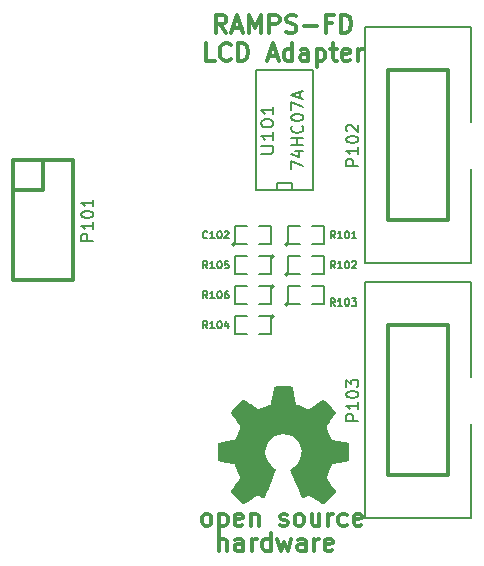
<source format=gto>
G04 (created by PCBNEW (2013-07-07 BZR 4022)-stable) date 29/09/2013 00:43:05*
%MOIN*%
G04 Gerber Fmt 3.4, Leading zero omitted, Abs format*
%FSLAX34Y34*%
G01*
G70*
G90*
G04 APERTURE LIST*
%ADD10C,0.00590551*%
%ADD11C,0.011811*%
%ADD12C,0.005*%
%ADD13C,0.012*%
%ADD14C,0.008*%
%ADD15C,0.0001*%
G04 APERTURE END LIST*
G54D10*
G54D11*
X7601Y17760D02*
X7404Y18042D01*
X7264Y17760D02*
X7264Y18351D01*
X7489Y18351D01*
X7545Y18323D01*
X7573Y18295D01*
X7601Y18239D01*
X7601Y18154D01*
X7573Y18098D01*
X7545Y18070D01*
X7489Y18042D01*
X7264Y18042D01*
X7826Y17929D02*
X8107Y17929D01*
X7770Y17760D02*
X7967Y18351D01*
X8164Y17760D01*
X8361Y17760D02*
X8361Y18351D01*
X8557Y17929D01*
X8754Y18351D01*
X8754Y17760D01*
X9035Y17760D02*
X9035Y18351D01*
X9260Y18351D01*
X9317Y18323D01*
X9345Y18295D01*
X9373Y18239D01*
X9373Y18154D01*
X9345Y18098D01*
X9317Y18070D01*
X9260Y18042D01*
X9035Y18042D01*
X9598Y17789D02*
X9682Y17760D01*
X9823Y17760D01*
X9879Y17789D01*
X9907Y17817D01*
X9935Y17873D01*
X9935Y17929D01*
X9907Y17985D01*
X9879Y18014D01*
X9823Y18042D01*
X9710Y18070D01*
X9654Y18098D01*
X9626Y18126D01*
X9598Y18182D01*
X9598Y18239D01*
X9626Y18295D01*
X9654Y18323D01*
X9710Y18351D01*
X9851Y18351D01*
X9935Y18323D01*
X10188Y17985D02*
X10638Y17985D01*
X11116Y18070D02*
X10920Y18070D01*
X10920Y17760D02*
X10920Y18351D01*
X11201Y18351D01*
X11426Y17760D02*
X11426Y18351D01*
X11566Y18351D01*
X11651Y18323D01*
X11707Y18267D01*
X11735Y18210D01*
X11763Y18098D01*
X11763Y18014D01*
X11735Y17901D01*
X11707Y17845D01*
X11651Y17789D01*
X11566Y17760D01*
X11426Y17760D01*
X7208Y16816D02*
X6926Y16816D01*
X6926Y17406D01*
X7742Y16872D02*
X7714Y16844D01*
X7629Y16816D01*
X7573Y16816D01*
X7489Y16844D01*
X7433Y16900D01*
X7404Y16956D01*
X7376Y17069D01*
X7376Y17153D01*
X7404Y17266D01*
X7433Y17322D01*
X7489Y17378D01*
X7573Y17406D01*
X7629Y17406D01*
X7714Y17378D01*
X7742Y17350D01*
X7995Y16816D02*
X7995Y17406D01*
X8136Y17406D01*
X8220Y17378D01*
X8276Y17322D01*
X8304Y17266D01*
X8332Y17153D01*
X8332Y17069D01*
X8304Y16956D01*
X8276Y16900D01*
X8220Y16844D01*
X8136Y16816D01*
X7995Y16816D01*
X9007Y16984D02*
X9289Y16984D01*
X8951Y16816D02*
X9148Y17406D01*
X9345Y16816D01*
X9795Y16816D02*
X9795Y17406D01*
X9795Y16844D02*
X9739Y16816D01*
X9626Y16816D01*
X9570Y16844D01*
X9542Y16872D01*
X9514Y16928D01*
X9514Y17097D01*
X9542Y17153D01*
X9570Y17181D01*
X9626Y17209D01*
X9739Y17209D01*
X9795Y17181D01*
X10329Y16816D02*
X10329Y17125D01*
X10301Y17181D01*
X10245Y17209D01*
X10132Y17209D01*
X10076Y17181D01*
X10329Y16844D02*
X10273Y16816D01*
X10132Y16816D01*
X10076Y16844D01*
X10048Y16900D01*
X10048Y16956D01*
X10076Y17012D01*
X10132Y17041D01*
X10273Y17041D01*
X10329Y17069D01*
X10610Y17209D02*
X10610Y16619D01*
X10610Y17181D02*
X10667Y17209D01*
X10779Y17209D01*
X10835Y17181D01*
X10863Y17153D01*
X10892Y17097D01*
X10892Y16928D01*
X10863Y16872D01*
X10835Y16844D01*
X10779Y16816D01*
X10667Y16816D01*
X10610Y16844D01*
X11060Y17209D02*
X11285Y17209D01*
X11145Y17406D02*
X11145Y16900D01*
X11173Y16844D01*
X11229Y16816D01*
X11285Y16816D01*
X11707Y16844D02*
X11651Y16816D01*
X11538Y16816D01*
X11482Y16844D01*
X11454Y16900D01*
X11454Y17125D01*
X11482Y17181D01*
X11538Y17209D01*
X11651Y17209D01*
X11707Y17181D01*
X11735Y17125D01*
X11735Y17069D01*
X11454Y17012D01*
X11988Y16816D02*
X11988Y17209D01*
X11988Y17097D02*
X12016Y17153D01*
X12044Y17181D01*
X12101Y17209D01*
X12157Y17209D01*
G54D12*
X9650Y10700D02*
G75*
G03X9650Y10700I-50J0D01*
G74*
G01*
X10050Y10700D02*
X9650Y10700D01*
X9650Y10700D02*
X9650Y11300D01*
X9650Y11300D02*
X10050Y11300D01*
X10450Y11300D02*
X10850Y11300D01*
X10850Y11300D02*
X10850Y10700D01*
X10850Y10700D02*
X10450Y10700D01*
G54D13*
X2500Y13500D02*
X2500Y9500D01*
X2500Y9500D02*
X500Y9500D01*
X500Y9500D02*
X500Y13500D01*
X1500Y13500D02*
X1500Y12500D01*
X1500Y12500D02*
X500Y12500D01*
X2500Y13500D02*
X500Y13500D01*
G54D14*
X15772Y14787D02*
X15772Y17937D01*
X15772Y17937D02*
X12228Y17937D01*
X12228Y17937D02*
X12228Y10063D01*
X12228Y10063D02*
X14000Y10063D01*
X14000Y10063D02*
X15772Y10063D01*
X15772Y10063D02*
X15772Y13213D01*
G54D13*
X13000Y11500D02*
X13000Y16500D01*
X13000Y16500D02*
X15000Y16500D01*
X15000Y16500D02*
X15000Y11500D01*
X15000Y11500D02*
X13000Y11500D01*
G54D14*
X15772Y6287D02*
X15772Y9437D01*
X15772Y9437D02*
X12228Y9437D01*
X12228Y9437D02*
X12228Y1563D01*
X12228Y1563D02*
X14000Y1563D01*
X14000Y1563D02*
X15772Y1563D01*
X15772Y1563D02*
X15772Y4713D01*
G54D13*
X13000Y3000D02*
X13000Y8000D01*
X13000Y8000D02*
X15000Y8000D01*
X15000Y8000D02*
X15000Y3000D01*
X15000Y3000D02*
X13000Y3000D01*
G54D12*
X7900Y10700D02*
G75*
G03X7900Y10700I-50J0D01*
G74*
G01*
X8300Y10700D02*
X7900Y10700D01*
X7900Y10700D02*
X7900Y11300D01*
X7900Y11300D02*
X8300Y11300D01*
X8700Y11300D02*
X9100Y11300D01*
X9100Y11300D02*
X9100Y10700D01*
X9100Y10700D02*
X8700Y10700D01*
G54D14*
X8600Y16500D02*
X10500Y16500D01*
X10500Y16500D02*
X10500Y12500D01*
X10500Y12500D02*
X8600Y12500D01*
X8600Y12500D02*
X8600Y16500D01*
X9300Y12500D02*
X9300Y12750D01*
X9300Y12750D02*
X9800Y12750D01*
X9800Y12750D02*
X9800Y12500D01*
G54D12*
X9650Y9700D02*
G75*
G03X9650Y9700I-50J0D01*
G74*
G01*
X10050Y9700D02*
X9650Y9700D01*
X9650Y9700D02*
X9650Y10300D01*
X9650Y10300D02*
X10050Y10300D01*
X10450Y10300D02*
X10850Y10300D01*
X10850Y10300D02*
X10850Y9700D01*
X10850Y9700D02*
X10450Y9700D01*
X9650Y8700D02*
G75*
G03X9650Y8700I-50J0D01*
G74*
G01*
X10050Y8700D02*
X9650Y8700D01*
X9650Y8700D02*
X9650Y9300D01*
X9650Y9300D02*
X10050Y9300D01*
X10450Y9300D02*
X10850Y9300D01*
X10850Y9300D02*
X10850Y8700D01*
X10850Y8700D02*
X10450Y8700D01*
X9200Y8300D02*
G75*
G03X9200Y8300I-50J0D01*
G74*
G01*
X8700Y8300D02*
X9100Y8300D01*
X9100Y8300D02*
X9100Y7700D01*
X9100Y7700D02*
X8700Y7700D01*
X8300Y7700D02*
X7900Y7700D01*
X7900Y7700D02*
X7900Y8300D01*
X7900Y8300D02*
X8300Y8300D01*
X9200Y10300D02*
G75*
G03X9200Y10300I-50J0D01*
G74*
G01*
X8700Y10300D02*
X9100Y10300D01*
X9100Y10300D02*
X9100Y9700D01*
X9100Y9700D02*
X8700Y9700D01*
X8300Y9700D02*
X7900Y9700D01*
X7900Y9700D02*
X7900Y10300D01*
X7900Y10300D02*
X8300Y10300D01*
X9200Y9300D02*
G75*
G03X9200Y9300I-50J0D01*
G74*
G01*
X8700Y9300D02*
X9100Y9300D01*
X9100Y9300D02*
X9100Y8700D01*
X9100Y8700D02*
X8700Y8700D01*
X8300Y8700D02*
X7900Y8700D01*
X7900Y8700D02*
X7900Y9300D01*
X7900Y9300D02*
X8300Y9300D01*
G54D15*
G36*
X8172Y2032D02*
X8195Y2044D01*
X8246Y2076D01*
X8319Y2124D01*
X8406Y2182D01*
X8493Y2241D01*
X8564Y2289D01*
X8614Y2321D01*
X8635Y2332D01*
X8646Y2328D01*
X8687Y2308D01*
X8747Y2277D01*
X8782Y2259D01*
X8837Y2236D01*
X8864Y2231D01*
X8869Y2238D01*
X8889Y2280D01*
X8920Y2352D01*
X8962Y2447D01*
X9009Y2558D01*
X9060Y2678D01*
X9111Y2800D01*
X9159Y2917D01*
X9202Y3022D01*
X9236Y3107D01*
X9259Y3166D01*
X9267Y3192D01*
X9265Y3197D01*
X9237Y3224D01*
X9189Y3260D01*
X9086Y3344D01*
X8983Y3472D01*
X8921Y3617D01*
X8900Y3778D01*
X8918Y3928D01*
X8977Y4072D01*
X9077Y4201D01*
X9198Y4297D01*
X9340Y4358D01*
X9500Y4377D01*
X9653Y4360D01*
X9799Y4302D01*
X9929Y4204D01*
X9983Y4141D01*
X10058Y4010D01*
X10101Y3870D01*
X10106Y3834D01*
X10099Y3680D01*
X10054Y3533D01*
X9973Y3401D01*
X9860Y3293D01*
X9846Y3282D01*
X9793Y3243D01*
X9758Y3216D01*
X9731Y3194D01*
X9927Y2722D01*
X9958Y2647D01*
X10012Y2518D01*
X10059Y2407D01*
X10097Y2319D01*
X10123Y2260D01*
X10135Y2236D01*
X10136Y2235D01*
X10153Y2232D01*
X10189Y2245D01*
X10255Y2277D01*
X10299Y2299D01*
X10349Y2323D01*
X10371Y2332D01*
X10390Y2322D01*
X10438Y2291D01*
X10508Y2244D01*
X10593Y2186D01*
X10673Y2132D01*
X10747Y2083D01*
X10801Y2049D01*
X10827Y2035D01*
X10831Y2035D01*
X10854Y2048D01*
X10896Y2083D01*
X10961Y2144D01*
X11052Y2234D01*
X11066Y2247D01*
X11140Y2323D01*
X11201Y2387D01*
X11242Y2432D01*
X11256Y2453D01*
X11256Y2453D01*
X11243Y2479D01*
X11209Y2532D01*
X11160Y2607D01*
X11100Y2695D01*
X10944Y2922D01*
X11030Y3136D01*
X11056Y3201D01*
X11090Y3281D01*
X11115Y3338D01*
X11127Y3363D01*
X11151Y3371D01*
X11209Y3385D01*
X11294Y3403D01*
X11396Y3422D01*
X11492Y3439D01*
X11579Y3456D01*
X11643Y3468D01*
X11671Y3474D01*
X11678Y3478D01*
X11683Y3491D01*
X11687Y3521D01*
X11689Y3574D01*
X11690Y3658D01*
X11690Y3778D01*
X11690Y3791D01*
X11689Y3907D01*
X11687Y3998D01*
X11684Y4059D01*
X11680Y4082D01*
X11680Y4083D01*
X11653Y4089D01*
X11591Y4102D01*
X11504Y4119D01*
X11400Y4139D01*
X11393Y4140D01*
X11290Y4160D01*
X11203Y4178D01*
X11142Y4192D01*
X11116Y4200D01*
X11111Y4208D01*
X11090Y4248D01*
X11060Y4312D01*
X11026Y4391D01*
X10992Y4472D01*
X10963Y4545D01*
X10943Y4600D01*
X10937Y4625D01*
X10938Y4625D01*
X10953Y4650D01*
X10989Y4704D01*
X11039Y4779D01*
X11100Y4867D01*
X11104Y4873D01*
X11164Y4961D01*
X11212Y5035D01*
X11244Y5088D01*
X11256Y5112D01*
X11256Y5113D01*
X11236Y5139D01*
X11192Y5189D01*
X11128Y5256D01*
X11051Y5333D01*
X11027Y5357D01*
X10942Y5440D01*
X10882Y5495D01*
X10846Y5524D01*
X10828Y5530D01*
X10827Y5530D01*
X10801Y5514D01*
X10746Y5478D01*
X10671Y5427D01*
X10582Y5366D01*
X10576Y5362D01*
X10488Y5303D01*
X10415Y5253D01*
X10363Y5219D01*
X10341Y5205D01*
X10337Y5205D01*
X10301Y5216D01*
X10239Y5238D01*
X10162Y5267D01*
X10081Y5300D01*
X10008Y5331D01*
X9952Y5356D01*
X9926Y5371D01*
X9926Y5372D01*
X9916Y5403D01*
X9901Y5469D01*
X9883Y5559D01*
X9862Y5666D01*
X9859Y5684D01*
X9839Y5788D01*
X9822Y5874D01*
X9810Y5934D01*
X9804Y5958D01*
X9789Y5962D01*
X9738Y5966D01*
X9660Y5968D01*
X9566Y5969D01*
X9467Y5968D01*
X9370Y5966D01*
X9287Y5963D01*
X9228Y5959D01*
X9204Y5954D01*
X9203Y5953D01*
X9194Y5920D01*
X9179Y5855D01*
X9161Y5764D01*
X9140Y5656D01*
X9136Y5637D01*
X9117Y5533D01*
X9099Y5448D01*
X9087Y5389D01*
X9080Y5366D01*
X9071Y5361D01*
X9028Y5342D01*
X8958Y5313D01*
X8872Y5278D01*
X8671Y5197D01*
X8425Y5366D01*
X8402Y5381D01*
X8314Y5441D01*
X8241Y5490D01*
X8191Y5522D01*
X8170Y5534D01*
X8168Y5533D01*
X8144Y5512D01*
X8095Y5466D01*
X8028Y5401D01*
X7951Y5324D01*
X7894Y5267D01*
X7826Y5198D01*
X7783Y5152D01*
X7760Y5122D01*
X7751Y5104D01*
X7753Y5092D01*
X7769Y5067D01*
X7805Y5013D01*
X7856Y4938D01*
X7916Y4851D01*
X7965Y4779D01*
X8018Y4696D01*
X8053Y4637D01*
X8065Y4608D01*
X8062Y4596D01*
X8045Y4548D01*
X8016Y4475D01*
X7979Y4389D01*
X7893Y4194D01*
X7766Y4169D01*
X7688Y4155D01*
X7580Y4134D01*
X7477Y4114D01*
X7315Y4083D01*
X7309Y3489D01*
X7334Y3478D01*
X7358Y3472D01*
X7418Y3458D01*
X7504Y3441D01*
X7604Y3422D01*
X7690Y3406D01*
X7777Y3390D01*
X7839Y3378D01*
X7867Y3372D01*
X7874Y3363D01*
X7895Y3321D01*
X7926Y3254D01*
X7960Y3174D01*
X7995Y3091D01*
X8025Y3014D01*
X8047Y2956D01*
X8055Y2925D01*
X8043Y2903D01*
X8010Y2852D01*
X7962Y2779D01*
X7904Y2693D01*
X7845Y2607D01*
X7795Y2534D01*
X7761Y2481D01*
X7746Y2457D01*
X7753Y2440D01*
X7788Y2399D01*
X7853Y2331D01*
X7949Y2236D01*
X7965Y2221D01*
X8042Y2147D01*
X8107Y2087D01*
X8152Y2047D01*
X8172Y2032D01*
X8172Y2032D01*
G37*
G54D12*
X11220Y10898D02*
X11136Y11017D01*
X11077Y10898D02*
X11077Y11148D01*
X11172Y11148D01*
X11196Y11136D01*
X11208Y11125D01*
X11220Y11101D01*
X11220Y11065D01*
X11208Y11041D01*
X11196Y11029D01*
X11172Y11017D01*
X11077Y11017D01*
X11458Y10898D02*
X11315Y10898D01*
X11386Y10898D02*
X11386Y11148D01*
X11363Y11113D01*
X11339Y11089D01*
X11315Y11077D01*
X11613Y11148D02*
X11636Y11148D01*
X11660Y11136D01*
X11672Y11125D01*
X11684Y11101D01*
X11696Y11053D01*
X11696Y10994D01*
X11684Y10946D01*
X11672Y10922D01*
X11660Y10910D01*
X11636Y10898D01*
X11613Y10898D01*
X11589Y10910D01*
X11577Y10922D01*
X11565Y10946D01*
X11553Y10994D01*
X11553Y11053D01*
X11565Y11101D01*
X11577Y11125D01*
X11589Y11136D01*
X11613Y11148D01*
X11934Y10898D02*
X11791Y10898D01*
X11863Y10898D02*
X11863Y11148D01*
X11839Y11113D01*
X11815Y11089D01*
X11791Y11077D01*
G54D14*
X3161Y10823D02*
X2761Y10823D01*
X2761Y10976D01*
X2780Y11014D01*
X2800Y11033D01*
X2838Y11052D01*
X2895Y11052D01*
X2933Y11033D01*
X2952Y11014D01*
X2971Y10976D01*
X2971Y10823D01*
X3161Y11433D02*
X3161Y11204D01*
X3161Y11319D02*
X2761Y11319D01*
X2819Y11280D01*
X2857Y11242D01*
X2876Y11204D01*
X2761Y11680D02*
X2761Y11719D01*
X2780Y11757D01*
X2800Y11776D01*
X2838Y11795D01*
X2914Y11814D01*
X3009Y11814D01*
X3085Y11795D01*
X3123Y11776D01*
X3142Y11757D01*
X3161Y11719D01*
X3161Y11680D01*
X3142Y11642D01*
X3123Y11623D01*
X3085Y11604D01*
X3009Y11585D01*
X2914Y11585D01*
X2838Y11604D01*
X2800Y11623D01*
X2780Y11642D01*
X2761Y11680D01*
X3161Y12195D02*
X3161Y11966D01*
X3161Y12080D02*
X2761Y12080D01*
X2819Y12042D01*
X2857Y12004D01*
X2876Y11966D01*
X11996Y13323D02*
X11596Y13323D01*
X11596Y13476D01*
X11615Y13514D01*
X11635Y13533D01*
X11673Y13552D01*
X11730Y13552D01*
X11768Y13533D01*
X11787Y13514D01*
X11806Y13476D01*
X11806Y13323D01*
X11996Y13933D02*
X11996Y13704D01*
X11996Y13819D02*
X11596Y13819D01*
X11654Y13780D01*
X11692Y13742D01*
X11711Y13704D01*
X11596Y14180D02*
X11596Y14219D01*
X11615Y14257D01*
X11635Y14276D01*
X11673Y14295D01*
X11749Y14314D01*
X11844Y14314D01*
X11920Y14295D01*
X11958Y14276D01*
X11977Y14257D01*
X11996Y14219D01*
X11996Y14180D01*
X11977Y14142D01*
X11958Y14123D01*
X11920Y14104D01*
X11844Y14085D01*
X11749Y14085D01*
X11673Y14104D01*
X11635Y14123D01*
X11615Y14142D01*
X11596Y14180D01*
X11635Y14466D02*
X11615Y14485D01*
X11596Y14523D01*
X11596Y14619D01*
X11615Y14657D01*
X11635Y14676D01*
X11673Y14695D01*
X11711Y14695D01*
X11768Y14676D01*
X11996Y14447D01*
X11996Y14695D01*
X11996Y4823D02*
X11596Y4823D01*
X11596Y4976D01*
X11615Y5014D01*
X11635Y5033D01*
X11673Y5052D01*
X11730Y5052D01*
X11768Y5033D01*
X11787Y5014D01*
X11806Y4976D01*
X11806Y4823D01*
X11996Y5433D02*
X11996Y5204D01*
X11996Y5319D02*
X11596Y5319D01*
X11654Y5280D01*
X11692Y5242D01*
X11711Y5204D01*
X11596Y5680D02*
X11596Y5719D01*
X11615Y5757D01*
X11635Y5776D01*
X11673Y5795D01*
X11749Y5814D01*
X11844Y5814D01*
X11920Y5795D01*
X11958Y5776D01*
X11977Y5757D01*
X11996Y5719D01*
X11996Y5680D01*
X11977Y5642D01*
X11958Y5623D01*
X11920Y5604D01*
X11844Y5585D01*
X11749Y5585D01*
X11673Y5604D01*
X11635Y5623D01*
X11615Y5642D01*
X11596Y5680D01*
X11596Y5947D02*
X11596Y6195D01*
X11749Y6061D01*
X11749Y6119D01*
X11768Y6157D01*
X11787Y6176D01*
X11825Y6195D01*
X11920Y6195D01*
X11958Y6176D01*
X11977Y6157D01*
X11996Y6119D01*
X11996Y6004D01*
X11977Y5966D01*
X11958Y5947D01*
G54D12*
X6970Y10922D02*
X6958Y10910D01*
X6922Y10898D01*
X6898Y10898D01*
X6863Y10910D01*
X6839Y10934D01*
X6827Y10958D01*
X6815Y11005D01*
X6815Y11041D01*
X6827Y11089D01*
X6839Y11113D01*
X6863Y11136D01*
X6898Y11148D01*
X6922Y11148D01*
X6958Y11136D01*
X6970Y11125D01*
X7208Y10898D02*
X7065Y10898D01*
X7136Y10898D02*
X7136Y11148D01*
X7113Y11113D01*
X7089Y11089D01*
X7065Y11077D01*
X7363Y11148D02*
X7386Y11148D01*
X7410Y11136D01*
X7422Y11125D01*
X7434Y11101D01*
X7446Y11053D01*
X7446Y10994D01*
X7434Y10946D01*
X7422Y10922D01*
X7410Y10910D01*
X7386Y10898D01*
X7363Y10898D01*
X7339Y10910D01*
X7327Y10922D01*
X7315Y10946D01*
X7303Y10994D01*
X7303Y11053D01*
X7315Y11101D01*
X7327Y11125D01*
X7339Y11136D01*
X7363Y11148D01*
X7541Y11125D02*
X7553Y11136D01*
X7577Y11148D01*
X7636Y11148D01*
X7660Y11136D01*
X7672Y11125D01*
X7684Y11101D01*
X7684Y11077D01*
X7672Y11041D01*
X7529Y10898D01*
X7684Y10898D01*
X8761Y13728D02*
X9085Y13728D01*
X9123Y13750D01*
X9142Y13771D01*
X9161Y13814D01*
X9161Y13900D01*
X9142Y13942D01*
X9123Y13964D01*
X9085Y13985D01*
X8761Y13985D01*
X9161Y14435D02*
X9161Y14178D01*
X9161Y14307D02*
X8761Y14307D01*
X8819Y14264D01*
X8857Y14221D01*
X8876Y14178D01*
X8761Y14714D02*
X8761Y14757D01*
X8780Y14800D01*
X8800Y14821D01*
X8838Y14842D01*
X8914Y14864D01*
X9009Y14864D01*
X9085Y14842D01*
X9123Y14821D01*
X9142Y14800D01*
X9161Y14757D01*
X9161Y14714D01*
X9142Y14671D01*
X9123Y14650D01*
X9085Y14628D01*
X9009Y14607D01*
X8914Y14607D01*
X8838Y14628D01*
X8800Y14650D01*
X8780Y14671D01*
X8761Y14714D01*
X9161Y15292D02*
X9161Y15035D01*
X9161Y15164D02*
X8761Y15164D01*
X8819Y15121D01*
X8857Y15078D01*
X8876Y15035D01*
X9761Y13214D02*
X9761Y13480D01*
X10161Y13309D01*
X9895Y13804D02*
X10161Y13804D01*
X9742Y13709D02*
X10028Y13614D01*
X10028Y13861D01*
X10161Y14014D02*
X9761Y14014D01*
X9952Y14014D02*
X9952Y14242D01*
X10161Y14242D02*
X9761Y14242D01*
X10123Y14661D02*
X10142Y14642D01*
X10161Y14585D01*
X10161Y14547D01*
X10142Y14490D01*
X10104Y14452D01*
X10066Y14433D01*
X9990Y14414D01*
X9933Y14414D01*
X9857Y14433D01*
X9819Y14452D01*
X9780Y14490D01*
X9761Y14547D01*
X9761Y14585D01*
X9780Y14642D01*
X9800Y14661D01*
X9761Y14909D02*
X9761Y14947D01*
X9780Y14985D01*
X9800Y15004D01*
X9838Y15023D01*
X9914Y15042D01*
X10009Y15042D01*
X10085Y15023D01*
X10123Y15004D01*
X10142Y14985D01*
X10161Y14947D01*
X10161Y14909D01*
X10142Y14871D01*
X10123Y14852D01*
X10085Y14833D01*
X10009Y14814D01*
X9914Y14814D01*
X9838Y14833D01*
X9800Y14852D01*
X9780Y14871D01*
X9761Y14909D01*
X9761Y15176D02*
X9761Y15442D01*
X10161Y15271D01*
X10047Y15576D02*
X10047Y15766D01*
X10161Y15538D02*
X9761Y15671D01*
X10161Y15804D01*
X11220Y9898D02*
X11136Y10017D01*
X11077Y9898D02*
X11077Y10148D01*
X11172Y10148D01*
X11196Y10136D01*
X11208Y10125D01*
X11220Y10101D01*
X11220Y10065D01*
X11208Y10041D01*
X11196Y10029D01*
X11172Y10017D01*
X11077Y10017D01*
X11458Y9898D02*
X11315Y9898D01*
X11386Y9898D02*
X11386Y10148D01*
X11363Y10113D01*
X11339Y10089D01*
X11315Y10077D01*
X11613Y10148D02*
X11636Y10148D01*
X11660Y10136D01*
X11672Y10125D01*
X11684Y10101D01*
X11696Y10053D01*
X11696Y9994D01*
X11684Y9946D01*
X11672Y9922D01*
X11660Y9910D01*
X11636Y9898D01*
X11613Y9898D01*
X11589Y9910D01*
X11577Y9922D01*
X11565Y9946D01*
X11553Y9994D01*
X11553Y10053D01*
X11565Y10101D01*
X11577Y10125D01*
X11589Y10136D01*
X11613Y10148D01*
X11791Y10125D02*
X11803Y10136D01*
X11827Y10148D01*
X11886Y10148D01*
X11910Y10136D01*
X11922Y10125D01*
X11934Y10101D01*
X11934Y10077D01*
X11922Y10041D01*
X11779Y9898D01*
X11934Y9898D01*
X11220Y8648D02*
X11136Y8767D01*
X11077Y8648D02*
X11077Y8898D01*
X11172Y8898D01*
X11196Y8886D01*
X11208Y8875D01*
X11220Y8851D01*
X11220Y8815D01*
X11208Y8791D01*
X11196Y8779D01*
X11172Y8767D01*
X11077Y8767D01*
X11458Y8648D02*
X11315Y8648D01*
X11386Y8648D02*
X11386Y8898D01*
X11363Y8863D01*
X11339Y8839D01*
X11315Y8827D01*
X11613Y8898D02*
X11636Y8898D01*
X11660Y8886D01*
X11672Y8875D01*
X11684Y8851D01*
X11696Y8803D01*
X11696Y8744D01*
X11684Y8696D01*
X11672Y8672D01*
X11660Y8660D01*
X11636Y8648D01*
X11613Y8648D01*
X11589Y8660D01*
X11577Y8672D01*
X11565Y8696D01*
X11553Y8744D01*
X11553Y8803D01*
X11565Y8851D01*
X11577Y8875D01*
X11589Y8886D01*
X11613Y8898D01*
X11779Y8898D02*
X11934Y8898D01*
X11851Y8803D01*
X11886Y8803D01*
X11910Y8791D01*
X11922Y8779D01*
X11934Y8755D01*
X11934Y8696D01*
X11922Y8672D01*
X11910Y8660D01*
X11886Y8648D01*
X11815Y8648D01*
X11791Y8660D01*
X11779Y8672D01*
X6970Y7898D02*
X6886Y8017D01*
X6827Y7898D02*
X6827Y8148D01*
X6922Y8148D01*
X6946Y8136D01*
X6958Y8125D01*
X6970Y8101D01*
X6970Y8065D01*
X6958Y8041D01*
X6946Y8029D01*
X6922Y8017D01*
X6827Y8017D01*
X7208Y7898D02*
X7065Y7898D01*
X7136Y7898D02*
X7136Y8148D01*
X7113Y8113D01*
X7089Y8089D01*
X7065Y8077D01*
X7363Y8148D02*
X7386Y8148D01*
X7410Y8136D01*
X7422Y8125D01*
X7434Y8101D01*
X7446Y8053D01*
X7446Y7994D01*
X7434Y7946D01*
X7422Y7922D01*
X7410Y7910D01*
X7386Y7898D01*
X7363Y7898D01*
X7339Y7910D01*
X7327Y7922D01*
X7315Y7946D01*
X7303Y7994D01*
X7303Y8053D01*
X7315Y8101D01*
X7327Y8125D01*
X7339Y8136D01*
X7363Y8148D01*
X7660Y8065D02*
X7660Y7898D01*
X7601Y8160D02*
X7541Y7982D01*
X7696Y7982D01*
X6970Y9898D02*
X6886Y10017D01*
X6827Y9898D02*
X6827Y10148D01*
X6922Y10148D01*
X6946Y10136D01*
X6958Y10125D01*
X6970Y10101D01*
X6970Y10065D01*
X6958Y10041D01*
X6946Y10029D01*
X6922Y10017D01*
X6827Y10017D01*
X7208Y9898D02*
X7065Y9898D01*
X7136Y9898D02*
X7136Y10148D01*
X7113Y10113D01*
X7089Y10089D01*
X7065Y10077D01*
X7363Y10148D02*
X7386Y10148D01*
X7410Y10136D01*
X7422Y10125D01*
X7434Y10101D01*
X7446Y10053D01*
X7446Y9994D01*
X7434Y9946D01*
X7422Y9922D01*
X7410Y9910D01*
X7386Y9898D01*
X7363Y9898D01*
X7339Y9910D01*
X7327Y9922D01*
X7315Y9946D01*
X7303Y9994D01*
X7303Y10053D01*
X7315Y10101D01*
X7327Y10125D01*
X7339Y10136D01*
X7363Y10148D01*
X7672Y10148D02*
X7553Y10148D01*
X7541Y10029D01*
X7553Y10041D01*
X7577Y10053D01*
X7636Y10053D01*
X7660Y10041D01*
X7672Y10029D01*
X7684Y10005D01*
X7684Y9946D01*
X7672Y9922D01*
X7660Y9910D01*
X7636Y9898D01*
X7577Y9898D01*
X7553Y9910D01*
X7541Y9922D01*
X6970Y8898D02*
X6886Y9017D01*
X6827Y8898D02*
X6827Y9148D01*
X6922Y9148D01*
X6946Y9136D01*
X6958Y9125D01*
X6970Y9101D01*
X6970Y9065D01*
X6958Y9041D01*
X6946Y9029D01*
X6922Y9017D01*
X6827Y9017D01*
X7208Y8898D02*
X7065Y8898D01*
X7136Y8898D02*
X7136Y9148D01*
X7113Y9113D01*
X7089Y9089D01*
X7065Y9077D01*
X7363Y9148D02*
X7386Y9148D01*
X7410Y9136D01*
X7422Y9125D01*
X7434Y9101D01*
X7446Y9053D01*
X7446Y8994D01*
X7434Y8946D01*
X7422Y8922D01*
X7410Y8910D01*
X7386Y8898D01*
X7363Y8898D01*
X7339Y8910D01*
X7327Y8922D01*
X7315Y8946D01*
X7303Y8994D01*
X7303Y9053D01*
X7315Y9101D01*
X7327Y9125D01*
X7339Y9136D01*
X7363Y9148D01*
X7660Y9148D02*
X7613Y9148D01*
X7589Y9136D01*
X7577Y9125D01*
X7553Y9089D01*
X7541Y9041D01*
X7541Y8946D01*
X7553Y8922D01*
X7565Y8910D01*
X7589Y8898D01*
X7636Y8898D01*
X7660Y8910D01*
X7672Y8922D01*
X7684Y8946D01*
X7684Y9005D01*
X7672Y9029D01*
X7660Y9041D01*
X7636Y9053D01*
X7589Y9053D01*
X7565Y9041D01*
X7553Y9029D01*
X7541Y9005D01*
G54D13*
X7360Y489D02*
X7360Y1089D01*
X7617Y489D02*
X7617Y803D01*
X7588Y860D01*
X7531Y889D01*
X7446Y889D01*
X7388Y860D01*
X7360Y832D01*
X8160Y489D02*
X8160Y803D01*
X8131Y860D01*
X8074Y889D01*
X7960Y889D01*
X7903Y860D01*
X8160Y517D02*
X8103Y489D01*
X7960Y489D01*
X7903Y517D01*
X7874Y574D01*
X7874Y632D01*
X7903Y689D01*
X7960Y717D01*
X8103Y717D01*
X8160Y746D01*
X8446Y489D02*
X8446Y889D01*
X8446Y774D02*
X8474Y832D01*
X8503Y860D01*
X8560Y889D01*
X8617Y889D01*
X9074Y489D02*
X9074Y1089D01*
X9074Y517D02*
X9017Y489D01*
X8903Y489D01*
X8846Y517D01*
X8817Y546D01*
X8788Y603D01*
X8788Y774D01*
X8817Y832D01*
X8846Y860D01*
X8903Y889D01*
X9017Y889D01*
X9074Y860D01*
X9303Y889D02*
X9417Y489D01*
X9531Y774D01*
X9646Y489D01*
X9760Y889D01*
X10246Y489D02*
X10246Y803D01*
X10217Y860D01*
X10160Y889D01*
X10046Y889D01*
X9988Y860D01*
X10246Y517D02*
X10188Y489D01*
X10046Y489D01*
X9988Y517D01*
X9960Y574D01*
X9960Y632D01*
X9988Y689D01*
X10046Y717D01*
X10188Y717D01*
X10246Y746D01*
X10531Y489D02*
X10531Y889D01*
X10531Y774D02*
X10560Y832D01*
X10588Y860D01*
X10646Y889D01*
X10703Y889D01*
X11131Y517D02*
X11074Y489D01*
X10960Y489D01*
X10903Y517D01*
X10874Y574D01*
X10874Y803D01*
X10903Y860D01*
X10960Y889D01*
X11074Y889D01*
X11131Y860D01*
X11160Y803D01*
X11160Y746D01*
X10874Y689D01*
X6903Y1316D02*
X6846Y1344D01*
X6818Y1373D01*
X6789Y1430D01*
X6789Y1601D01*
X6818Y1659D01*
X6846Y1687D01*
X6903Y1716D01*
X6989Y1716D01*
X7046Y1687D01*
X7075Y1659D01*
X7103Y1601D01*
X7103Y1430D01*
X7075Y1373D01*
X7046Y1344D01*
X6989Y1316D01*
X6903Y1316D01*
X7361Y1716D02*
X7361Y1116D01*
X7361Y1687D02*
X7418Y1716D01*
X7532Y1716D01*
X7589Y1687D01*
X7618Y1659D01*
X7646Y1601D01*
X7646Y1430D01*
X7618Y1373D01*
X7589Y1344D01*
X7532Y1316D01*
X7418Y1316D01*
X7361Y1344D01*
X8132Y1344D02*
X8075Y1316D01*
X7961Y1316D01*
X7903Y1344D01*
X7875Y1401D01*
X7875Y1630D01*
X7903Y1687D01*
X7961Y1716D01*
X8075Y1716D01*
X8132Y1687D01*
X8161Y1630D01*
X8161Y1573D01*
X7875Y1516D01*
X8418Y1716D02*
X8418Y1316D01*
X8418Y1659D02*
X8446Y1687D01*
X8503Y1716D01*
X8589Y1716D01*
X8646Y1687D01*
X8675Y1630D01*
X8675Y1316D01*
X9389Y1344D02*
X9446Y1316D01*
X9561Y1316D01*
X9618Y1344D01*
X9646Y1401D01*
X9646Y1430D01*
X9618Y1487D01*
X9561Y1516D01*
X9475Y1516D01*
X9418Y1544D01*
X9389Y1601D01*
X9389Y1630D01*
X9418Y1687D01*
X9475Y1716D01*
X9561Y1716D01*
X9618Y1687D01*
X9989Y1316D02*
X9932Y1344D01*
X9903Y1373D01*
X9875Y1430D01*
X9875Y1601D01*
X9903Y1659D01*
X9932Y1687D01*
X9989Y1716D01*
X10075Y1716D01*
X10132Y1687D01*
X10161Y1659D01*
X10189Y1601D01*
X10189Y1430D01*
X10161Y1373D01*
X10132Y1344D01*
X10075Y1316D01*
X9989Y1316D01*
X10703Y1716D02*
X10703Y1316D01*
X10446Y1716D02*
X10446Y1401D01*
X10475Y1344D01*
X10532Y1316D01*
X10618Y1316D01*
X10675Y1344D01*
X10703Y1373D01*
X10989Y1316D02*
X10989Y1716D01*
X10989Y1601D02*
X11018Y1659D01*
X11046Y1687D01*
X11103Y1716D01*
X11161Y1716D01*
X11618Y1344D02*
X11561Y1316D01*
X11446Y1316D01*
X11389Y1344D01*
X11361Y1373D01*
X11332Y1430D01*
X11332Y1601D01*
X11361Y1659D01*
X11389Y1687D01*
X11446Y1716D01*
X11561Y1716D01*
X11618Y1687D01*
X12103Y1344D02*
X12046Y1316D01*
X11932Y1316D01*
X11875Y1344D01*
X11846Y1401D01*
X11846Y1630D01*
X11875Y1687D01*
X11932Y1716D01*
X12046Y1716D01*
X12103Y1687D01*
X12132Y1630D01*
X12132Y1573D01*
X11846Y1516D01*
M02*

</source>
